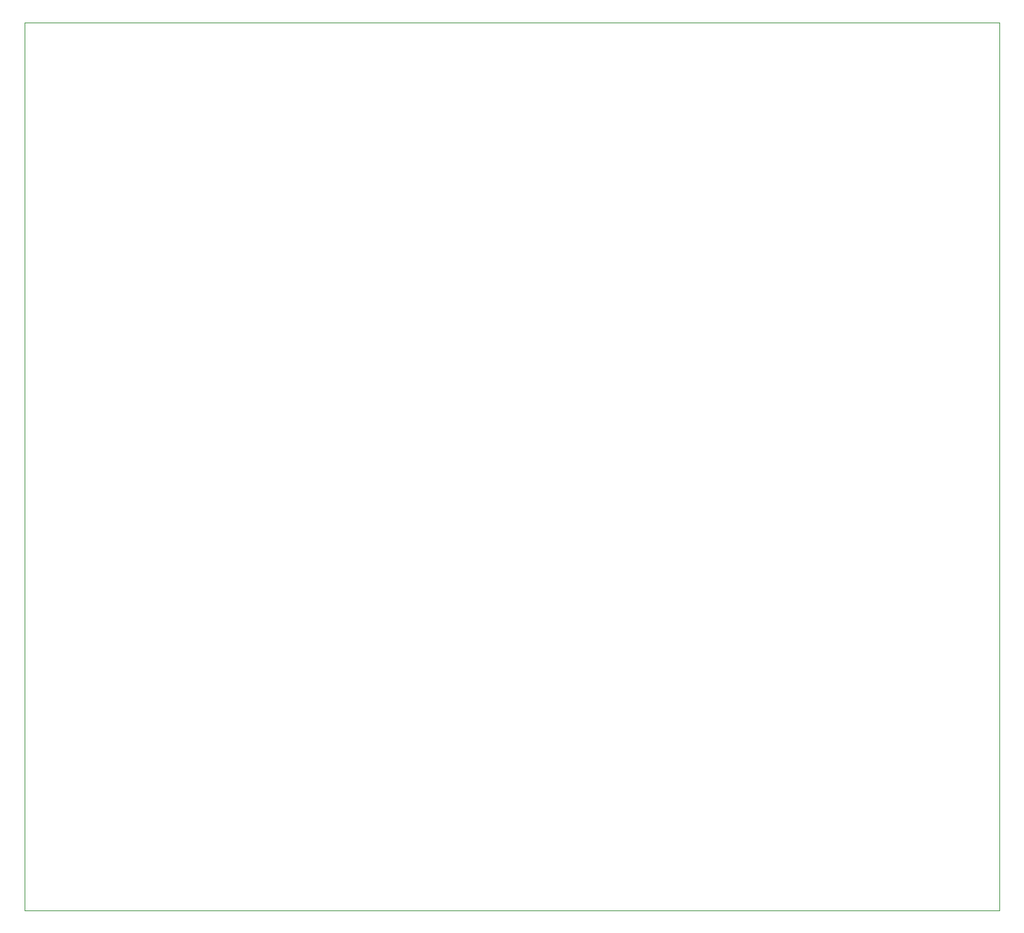
<source format=gm1>
%TF.GenerationSoftware,KiCad,Pcbnew,9.0.5*%
%TF.CreationDate,2025-11-15T17:56:55+00:00*%
%TF.ProjectId,gk,676b2e6b-6963-4616-945f-706362585858,rev?*%
%TF.SameCoordinates,Original*%
%TF.FileFunction,Profile,NP*%
%FSLAX46Y46*%
G04 Gerber Fmt 4.6, Leading zero omitted, Abs format (unit mm)*
G04 Created by KiCad (PCBNEW 9.0.5) date 2025-11-15 17:56:55*
%MOMM*%
%LPD*%
G01*
G04 APERTURE LIST*
%TA.AperFunction,Profile*%
%ADD10C,0.100000*%
%TD*%
G04 APERTURE END LIST*
D10*
X41038491Y-31029439D02*
X161738491Y-31029439D01*
X161738491Y-141029439D01*
X41038491Y-141029439D01*
X41038491Y-31029439D01*
M02*

</source>
